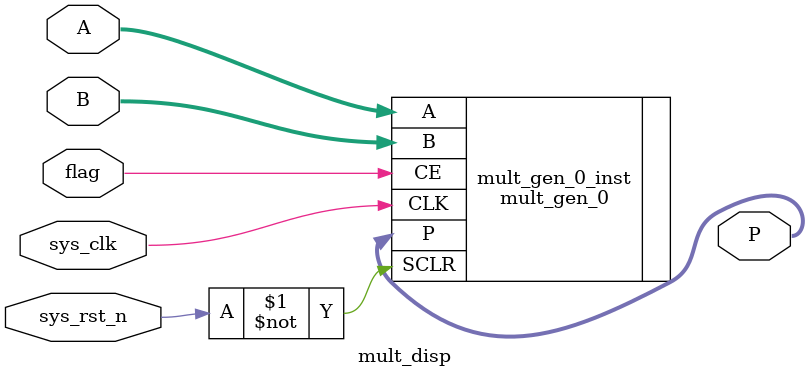
<source format=v>
`timescale 100ps/100ps
module mult_disp
(
    input  wire         sys_clk,
    input  wire         sys_rst_n,
    input  wire [15:0]  A,
    input  wire [15:0]  B,
    input  wire         flag,

    output wire [15:0] P
);

mult_gen_0 mult_gen_0_inst
(
    .CLK(sys_clk),
    .A(A),      
    .B(B),      
    .CE(flag),    
    .SCLR(~sys_rst_n),
    
    .P(P)
);

endmodule
</source>
